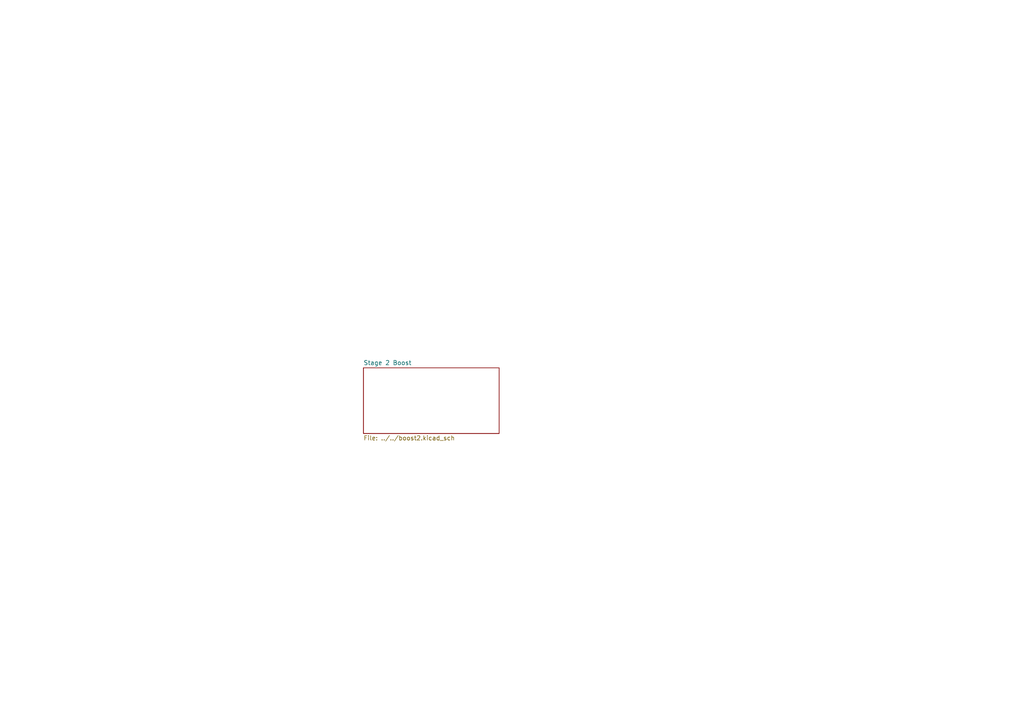
<source format=kicad_sch>
(kicad_sch
	(version 20250114)
	(generator "eeschema")
	(generator_version "9.0")
	(uuid "1b9401e8-fd27-4be8-b5df-9c0f9024bbc8")
	(paper "A4")
	(lib_symbols)
	(sheet
		(at 105.41 106.68)
		(size 39.37 19.05)
		(exclude_from_sim no)
		(in_bom yes)
		(on_board yes)
		(dnp no)
		(fields_autoplaced yes)
		(stroke
			(width 0.1524)
			(type solid)
		)
		(fill
			(color 0 0 0 0.0000)
		)
		(uuid "9a443f61-5193-497a-8ee4-36a902f0cb78")
		(property "Sheetname" "Stage 2 Boost"
			(at 105.41 105.9684 0)
			(effects
				(font
					(size 1.27 1.27)
				)
				(justify left bottom)
			)
		)
		(property "Sheetfile" "../../boost2.kicad_sch"
			(at 105.41 126.3146 0)
			(effects
				(font
					(size 1.27 1.27)
				)
				(justify left top)
			)
		)
		(instances
			(project "Stage2 Rev1"
				(path "/1b9401e8-fd27-4be8-b5df-9c0f9024bbc8"
					(page "2")
				)
			)
		)
	)
	(sheet_instances
		(path "/"
			(page "1")
		)
	)
	(embedded_fonts no)
)

</source>
